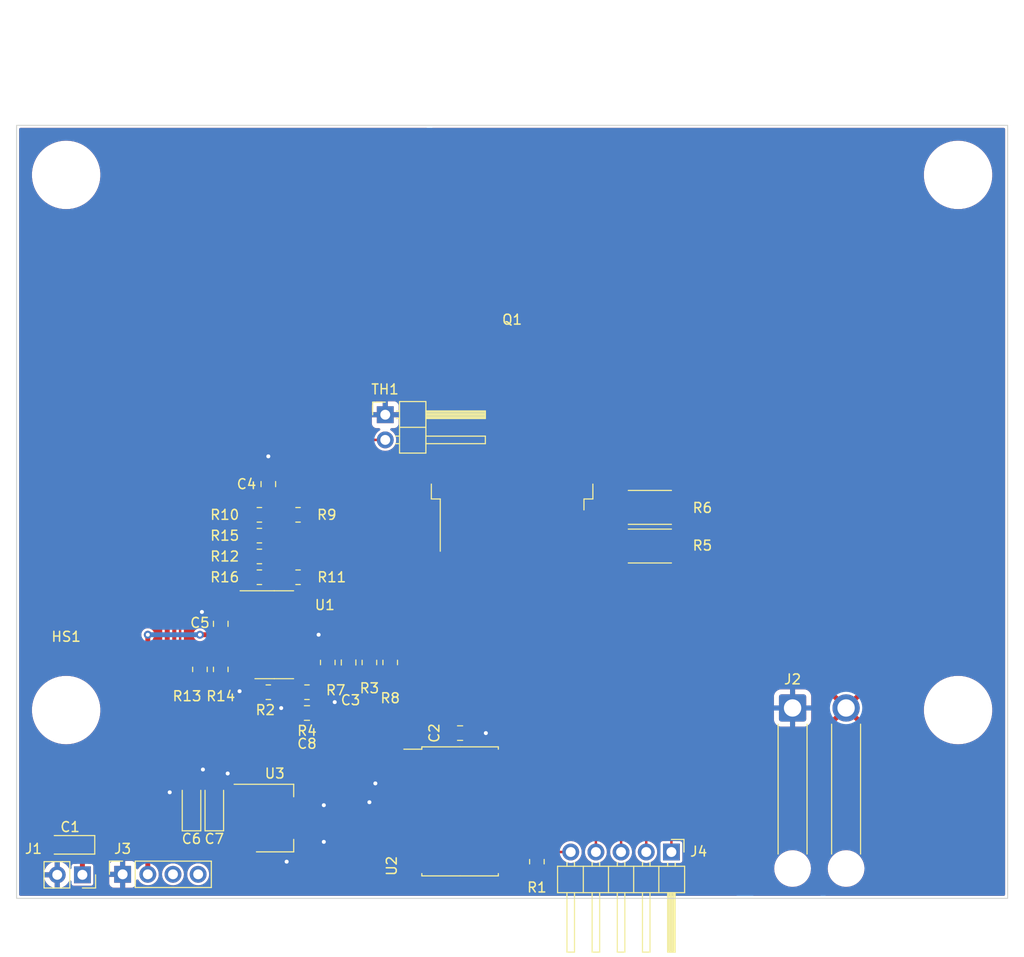
<source format=kicad_pcb>
(kicad_pcb (version 20211014) (generator pcbnew)
  (layers (0 "F.Cu" signal) (31 "B.Cu" signal) (34 "B.Paste" user) (35 "F.Paste" user) (36 "B.SilkS" user "B.Silkscreen") (37 "F.SilkS" user "F.Silkscreen") (38 "B.Mask" user) (39 "F.Mask" user) (44 "Edge.Cuts" user))
  (net 0 "")
  (net 1 "VS")
  (net 2 "GND")
  (net 3 "+3V3")
  (net 4 "Net-(R11-Pad2)")
  (net 5 "/~{EXT_RESET}")
  (net 6 "/Vload")
  (net 7 "/Rsense")
  (net 9 "/Vdrive")
  (net 10 "/Isense")
  (net 11 "/Tsense")
  (net 12 "/~{CS}")
  (net 13 "/SCK")
  (net 14 "/MOSI")
  (net 24 "/MISO")
  (net 25 "Net-(C3-Pad2)")
  (net 28 "Net-(R13-Pad2)")
  (net 29 "/DAC")
  (net 30 "/FB")
  (net 31 "/Vgate")
  (net 32 "/OPout")
  (net 33 "/Therm+")
  (net 34 "/ThermBias")
  (net 35 "Net-(R12-Pad2)")
  (net 36 "Net-(U1-Pad13)")
  (footprint "Capacitor_Tantalum_SMD:CP_EIA-3216-10_Kemet-I_Pad1.58x1.35mm_HandSolder" (layer "F.Cu") (at 122.65 129.7 90)
    (fp_text reference "C6" (at -3.3 0 180) (layer "F.SilkS"))
    (fp_text value "10u")
    (fp_line (start -2.485 -0.935) (end -2.485 0.935) (layer "F.SilkS") (width 0.12))
    (fp_line (start -2.485 0.935) (end 1.6 0.935) (layer "F.SilkS") (width 0.12))
    (fp_line (start 1.6 -0.935) (end -2.485 -0.935) (layer "F.SilkS") (width 0.12))
    (pad "1" smd roundrect (at -1.4375 0 90) (size 1.575 1.35) (layers "F.Cu" "F.Paste" "F.Mask") (roundrect_rratio 0.185185) (net 1 "VS"))
    (pad "2" smd roundrect (at 1.4375 0 90) (size 1.575 1.35) (layers "F.Cu" "F.Paste" "F.Mask") (roundrect_rratio 0.185185) (net 2 "GND"))
  )
  (footprint "Resistor_SMD:R_0805_2012Metric_Pad1.20x1.40mm_HandSolder" (layer "F.Cu") (at 133.4 106.6 180)
    (fp_text reference "R11" (at -3.4 0 180) (layer "F.SilkS"))
    (fp_text value "R")
    (fp_line (start -0.227064 -0.735) (end 0.227064 -0.735) (layer "F.SilkS") (width 0.12))
    (fp_line (start -0.227064 0.735) (end 0.227064 0.735) (layer "F.SilkS") (width 0.12))
    (pad "1" smd roundrect (at -1 0 180) (size 1.2 1.4) (layers "F.Cu" "F.Paste" "F.Mask") (roundrect_rratio 0.2083333333) (net 33 "/Therm+"))
    (pad "2" smd roundrect (at 1 0 180) (size 1.2 1.4) (layers "F.Cu" "F.Paste" "F.Mask") (roundrect_rratio 0.2083333333) (net 4 "Net-(R11-Pad2)"))
  )
  (footprint "Resistor_SMD:R_0805_2012Metric_Pad1.20x1.40mm_HandSolder" (layer "F.Cu") (at 157.5 135.3 90)
    (fp_text reference "R1" (at -2.6 0) (layer "F.SilkS"))
    (fp_text value "R")
    (fp_line (start -0.227064 0.735) (end 0.227064 0.735) (layer "F.SilkS") (width 0.12))
    (fp_line (start -0.227064 -0.735) (end 0.227064 -0.735) (layer "F.SilkS") (width 0.12))
    (pad "1" smd roundrect (at -1 0 90) (size 1.2 1.4) (layers "F.Cu" "F.Paste" "F.Mask") (roundrect_rratio 0.208333) (net 3 "+3V3"))
    (pad "2" smd roundrect (at 1 0 90) (size 1.2 1.4) (layers "F.Cu" "F.Paste" "F.Mask") (roundrect_rratio 0.208333) (net 5 "/~{EXT_RESET}"))
  )
  (footprint "Capacitor_SMD:C_0805_2012Metric_Pad1.18x1.45mm_HandSolder" (layer "F.Cu") (at 138.5 115.2 -90)
    (fp_text reference "C3" (at 3.8 -0.2 180) (layer "F.SilkS"))
    (fp_text value "C")
    (fp_line (start -0.261252 -0.735) (end 0.261252 -0.735) (layer "F.SilkS") (width 0.12))
    (fp_line (start -0.261252 0.735) (end 0.261252 0.735) (layer "F.SilkS") (width 0.12))
    (pad "1" smd roundrect (at -1.0375 0 270) (size 1.175 1.45) (layers "F.Cu" "F.Paste" "F.Mask") (roundrect_rratio 0.212766) (net 30 "/FB"))
    (pad "2" smd roundrect (at 1.0375 0 270) (size 1.175 1.45) (layers "F.Cu" "F.Paste" "F.Mask") (roundrect_rratio 0.212766) (net 25 "Net-(C3-Pad2)"))
  )
  (footprint "Resistor_SMD:R_0805_2012Metric_Pad1.20x1.40mm_HandSolder" (layer "F.Cu") (at 123.5 115.9 -90)
    (fp_text reference "R13" (at 2.7 1.3 180) (layer "F.SilkS"))
    (fp_text value "R")
    (fp_line (start -0.227064 0.735) (end 0.227064 0.735) (layer "F.SilkS") (width 0.12))
    (fp_line (start -0.227064 -0.735) (end 0.227064 -0.735) (layer "F.SilkS") (width 0.12))
    (pad "1" smd roundrect (at -1 0 270) (size 1.2 1.4) (layers "F.Cu" "F.Paste" "F.Mask") (roundrect_rratio 0.208333) (net 2 "GND"))
    (pad "2" smd roundrect (at 1 0 270) (size 1.2 1.4) (layers "F.Cu" "F.Paste" "F.Mask") (roundrect_rratio 0.208333) (net 28 "Net-(R13-Pad2)"))
  )
  (footprint "Resistor_SMD:R_0805_2012Metric_Pad1.20x1.40mm_HandSolder" (layer "F.Cu") (at 129.5 102.4)
    (fp_text reference "R15" (at -3.5 0) (layer "F.SilkS"))
    (fp_text value "R")
    (fp_line (start -0.227064 0.735) (end 0.227064 0.735) (layer "F.SilkS") (width 0.12))
    (fp_line (start -0.227064 -0.735) (end 0.227064 -0.735) (layer "F.SilkS") (width 0.12))
    (pad "1" smd roundrect (at -1 0) (size 1.2 1.4) (layers "F.Cu" "F.Paste" "F.Mask") (roundrect_rratio 0.2083333333) (net 34 "/ThermBias"))
    (pad "2" smd roundrect (at 1 0) (size 1.2 1.4) (layers "F.Cu" "F.Paste" "F.Mask") (roundrect_rratio 0.2083333333) (net 2 "GND"))
  )
  (footprint "Resistor_SMD:R_0805_2012Metric_Pad1.20x1.40mm_HandSolder" (layer "F.Cu") (at 125.6 115.9 -90)
    (fp_text reference "R14" (at 2.7 0 180) (layer "F.SilkS"))
    (fp_text value "R")
    (fp_line (start -0.227064 -0.735) (end 0.227064 -0.735) (layer "F.SilkS") (width 0.12))
    (fp_line (start -0.227064 0.735) (end 0.227064 0.735) (layer "F.SilkS") (width 0.12))
    (pad "1" smd roundrect (at -1 0 270) (size 1.2 1.4) (layers "F.Cu" "F.Paste" "F.Mask") (roundrect_rratio 0.208333) (net 28 "Net-(R13-Pad2)"))
    (pad "2" smd roundrect (at 1 0 270) (size 1.2 1.4) (layers "F.Cu" "F.Paste" "F.Mask") (roundrect_rratio 0.208333) (net 10 "/Isense"))
  )
  (footprint "Connector_PinHeader_2.54mm:PinHeader_1x02_P2.54mm_Horizontal" (layer "F.Cu") (at 142.2 90.2)
    (fp_text reference "TH1" (at -0.025 -2.56) (layer "F.SilkS"))
    (fp_text value "Thermistor")
    (fp_line (start 1.44 -1.33) (end 1.44 3.87) (layer "F.SilkS") (width 0.12))
    (fp_line (start 4.1 -0.08) (end 10.1 -0.08) (layer "F.SilkS") (width 0.12))
    (fp_line (start 1.44 3.87) (end 4.1 3.87) (layer "F.SilkS") (width 0.12))
    (fp_line (start 4.1 0.04) (end 10.1 0.04) (layer "F.SilkS") (width 0.12))
    (fp_line (start 10.1 2.16) (end 10.1 2.92) (layer "F.SilkS") (width 0.12))
    (fp_line (start 4.1 2.16) (end 10.1 2.16) (layer "F.SilkS") (width 0.12))
    (fp_line (start 1.11 -0.38) (end 1.44 -0.38) (layer "F.SilkS") (width 0.12))
    (fp_line (start 10.1 2.92) (end 4.1 2.92) (layer "F.SilkS") (width 0.12))
    (fp_line (start 4.1 -0.38) (end 10.1 -0.38) (layer "F.SilkS") (width 0.12))
    (fp_line (start 1.042929 2.92) (end 1.44 2.92) (layer "F.SilkS") (width 0.12))
    (fp_line (start -1.27 -1.27) (end 0 -1.27) (layer "F.SilkS") (width 0.12))
    (fp_line (start 10.1 -0.38) (end 10.1 0.38) (layer "F.SilkS") (width 0.12))
    (fp_line (start 4.1 3.87) (end 4.1 -1.33) (layer "F.SilkS") (width 0.12))
    (fp_line (start 1.11 0.38) (end 1.44 0.38) (layer "F.SilkS") (width 0.12))
    (fp_line (start 4.1 -0.32) (end 10.1 -0.32) (layer "F.SilkS") (width 0.12))
    (fp_line (start 4.1 -0.2) (end 10.1 -0.2) (layer "F.SilkS") (width 0.12))
    (fp_line (start 4.1 0.16) (end 10.1 0.16) (layer "F.SilkS") (width 0.12))
    (fp_line (start -1.27 0) (end -1.27 -1.27) (layer "F.SilkS") (width 0.12))
    (fp_line (start 1.44 1.27) (end 4.1 1.27) (layer "F.SilkS") (width 0.12))
    (fp_line (start 1.042929 2.16) (end 1.44 2.16) (layer "F.SilkS") (width 0.12))
    (fp_line (start 4.1 0.28) (end 10.1 0.28) (layer "F.SilkS") (width 0.12))
    (fp_line (start 4.1 -1.33) (end 1.44 -1.33) (layer "F.SilkS") (width 0.12))
    (fp_line (start 10.1 0.38) (end 4.1 0.38) (layer "F.SilkS") (width 0.12))
    (pad "1" thru_hole rect (at 0 0) (size 1.7 1.7) (drill 1) (layers *.Cu *.Mask) (net 2 "GND"))
    (pad "2" thru_hole oval (at 0 2.54) (size 1.7 1.7) (drill 1) (layers *.Cu *.Mask) (net 33 "/Therm+"))
  )
  (footprint "Capacitor_SMD:C_0805_2012Metric_Pad1.18x1.45mm_HandSolder" (layer "F.Cu") (at 134.3 120.3 180)
    (fp_text reference "C8" (at 0 -3.1) (layer "F.SilkS"))
    (fp_text value "C")
    (fp_line (start -0.261252 -0.735) (end 0.261252 -0.735) (layer "F.SilkS") (width 0.12))
    (fp_line (start -0.261252 0.735) (end 0.261252 0.735) (layer "F.SilkS") (width 0.12))
    (pad "1" smd roundrect (at -1.0375 0 180) (size 1.175 1.45) (layers "F.Cu" "F.Paste" "F.Mask") (roundrect_rratio 0.212766) (net 2 "GND"))
    (pad "2" smd roundrect (at 1.0375 0 180) (size 1.175 1.45) (layers "F.Cu" "F.Paste" "F.Mask") (roundrect_rratio 0.212766) (net 9 "/Vdrive"))
  )
  (footprint "Connector_PinSocket_2.54mm:PinSocket_1x04_P2.54mm_Vertical" (layer "F.Cu") (at 115.7 136.575 90)
    (fp_text reference "J3" (at 2.575 0 180) (layer "F.SilkS"))
    (fp_text value "Conn_01x04")
    (fp_line (start 1.33 1.27) (end 1.33 8.95) (layer "F.SilkS") (width 0.12))
    (fp_line (start -1.33 1.27) (end -1.33 8.95) (layer "F.SilkS") (width 0.12))
    (fp_line (start 0 -1.33) (end 1.33 -1.33) (layer "F.SilkS") (width 0.12))
    (fp_line (start -1.33 1.27) (end 1.33 1.27) (layer "F.SilkS") (width 0.12))
    (fp_line (start 1.33 -1.33) (end 1.33 0) (layer "F.SilkS") (width 0.12))
    (fp_line (start -1.33 8.95) (end 1.33 8.95) (layer "F.SilkS") (width 0.12))
    (pad "1" thru_hole rect (at 0 0 90) (size 1.7 1.7) (drill 1) (layers *.Cu *.Mask) (net 2 "GND"))
    (pad "2" thru_hole oval (at 0 2.54 90) (size 1.7 1.7) (drill 1) (layers *.Cu *.Mask) (net 1 "VS"))
    (pad "3" thru_hole oval (at 0 5.08 90) (size 1.7 1.7) (drill 1) (layers *.Cu *.Mask))
    (pad "4" thru_hole oval (at 0 7.62 90) (size 1.7 1.7) (drill 1) (layers *.Cu *.Mask))
  )
  (footprint "Resistor_SMD:R_0805_2012Metric_Pad1.20x1.40mm_HandSolder" (layer "F.Cu") (at 129.5 104.5)
    (fp_text reference "R12" (at -3.5 0 180) (layer "F.SilkS"))
    (fp_text value "R")
    (fp_line (start -0.227064 0.735) (end 0.227064 0.735) (layer "F.SilkS") (width 0.12))
    (fp_line (start -0.227064 -0.735) (end 0.227064 -0.735) (layer "F.SilkS") (width 0.12))
    (pad "1" smd roundrect (at -1 0) (size 1.2 1.4) (layers "F.Cu" "F.Paste" "F.Mask") (roundrect_rratio 0.2083333333) (net 34 "/ThermBias"))
    (pad "2" smd roundrect (at 1 0) (size 1.2 1.4) (layers "F.Cu" "F.Paste" "F.Mask") (roundrect_rratio 0.2083333333) (net 35 "Net-(R12-Pad2)"))
  )
  (footprint "Package_SO:SOIC-14_3.9x8.7mm_P1.27mm" (layer "F.Cu") (at 131 112.4)
    (fp_text reference "U1" (at 5.1 -3) (layer "F.SilkS"))
    (fp_text value "TL074")
    (fp_line (start 0 4.435) (end -1.95 4.435) (layer "F.SilkS") (width 0.12))
    (fp_line (start 0 -4.435) (end 1.95 -4.435) (layer "F.SilkS") (width 0.12))
    (fp_line (start 0 4.435) (end 1.95 4.435) (layer "F.SilkS") (width 0.12))
    (fp_line (start 0 -4.435) (end -3.45 -4.435) (layer "F.SilkS") (width 0.12))
    (pad "1" smd roundrect (at -2.475 -3.81) (size 1.95 0.6) (layers "F.Cu" "F.Paste" "F.Mask") (net 11 "/Tsense"))
    (pad "2" smd roundrect (at -2.475 -2.54) (size 1.95 0.6) (layers "F.Cu" "F.Paste" "F.Mask") (net 35 "Net-(R12-Pad2)"))
    (pad "3" smd roundrect (at -2.475 -1.27) (size 1.95 0.6) (layers "F.Cu" "F.Paste" "F.Mask") (net 4 "Net-(R11-Pad2)"))
    (pad "4" smd roundrect (at -2.475 0) (size 1.95 0.6) (layers "F.Cu" "F.Paste" "F.Mask") (net 1 "VS"))
    (pad "5" smd roundrect (at -2.475 1.27) (size 1.95 0.6) (layers "F.Cu" "F.Paste" "F.Mask") (net 7 "/Rsense"))
    (pad "6" smd roundrect (at -2.475 2.54) (size 1.95 0.6) (layers "F.Cu" "F.Paste" "F.Mask") (net 28 "Net-(R13-Pad2)"))
    (pad "7" smd roundrect (at -2.475 3.81) (size 1.95 0.6) (layers "F.Cu" "F.Paste" "F.Mask") (net 10 "/Isense"))
    (pad "8" smd roundrect (at 2.475 3.81) (size 1.95 0.6) (layers "F.Cu" "F.Paste" "F.Mask") (net 32 "/OPout"))
    (pad "9" smd roundrect (at 2.475 2.54) (size 1.95 0.6) (layers "F.Cu" "F.Paste" "F.Mask") (net 30 "/FB"))
    (pad "10" smd roundrect (at 2.475 1.27) (size 1.95 0.6) (layers "F.Cu" "F.Paste" "F.Mask") (net 9 "/Vdrive"))
    (pad "11" smd roundrect (at 2.475 0) (size 1.95 0.6) (layers "F.Cu" "F.Paste" "F.Mask") (net 2 "GND"))
    (pad "12" smd roundrect (at 2.475 -1.27) (size 1.95 0.6) (layers "F.Cu" "F.Paste" "F.Mask") (net 9 "/Vdrive"))
    (pad "13" smd roundrect (at 2.475 -2.54) (size 1.95 0.6) (layers "F.Cu" "F.Paste" "F.Mask") (net 36 "Net-(U1-Pad13)"))
    (pad "14" smd roundrect (at 2.475 -3.81) (size 1.95 0.6) (layers "F.Cu" "F.Paste" "F.Mask") (net 36 "Net-(U1-Pad13)"))
  )
  (footprint "Resistor_SMD:R_0805_2012Metric_Pad1.20x1.40mm_HandSolder" (layer "F.Cu") (at 142.7 115.2 90)
    (fp_text reference "R8" (at -3.6 0) (layer "F.SilkS"))
    (fp_text value "R")
    (fp_line (start -0.227064 -0.735) (end 0.227064 -0.735) (layer "F.SilkS") (width 0.12))
    (fp_line (start -0.227064 0.735) (end 0.227064 0.735) (layer "F.SilkS") (width 0.12))
    (pad "1" smd roundrect (at -1 0 90) (size 1.2 1.4) (layers "F.Cu" "F.Paste" "F.Mask") (roundrect_rratio 0.208333) (net 30 "/FB"))
    (pad "2" smd roundrect (at 1 0 90) (size 1.2 1.4) (layers "F.Cu" "F.Paste" "F.Mask") (roundrect_rratio 0.208333) (net 7 "/Rsense"))
  )
  (footprint "Capacitor_Tantalum_SMD:CP_EIA-3216-10_Kemet-I_Pad1.58x1.35mm_HandSolder" (layer "F.Cu") (at 110.4 133.6 180)
    (fp_text reference "C1" (at 0 1.8) (layer "F.SilkS"))
    (fp_text value "10u")
    (fp_line (start 1.6 -0.935) (end -2.485 -0.935) (layer "F.SilkS") (width 0.12))
    (fp_line (start -2.485 0.935) (end 1.6 0.935) (layer "F.SilkS") (width 0.12))
    (fp_line (start -2.485 -0.935) (end -2.485 0.935) (layer "F.SilkS") (width 0.12))
    (pad "1" smd roundrect (at -1.4375 0 180) (size 1.575 1.35) (layers "F.Cu" "F.Paste" "F.Mask") (roundrect_rratio 0.185185) (net 1 "VS"))
    (pad "2" smd roundrect (at 1.4375 0 180) (size 1.575 1.35) (layers "F.Cu" "F.Paste" "F.Mask") (roundrect_rratio 0.185185) (net 2 "GND"))
  )
  (footprint "Connector_Wire:SolderWire-1sqmm_1x02_P5.4mm_D1.4mm_OD2.7mm_Relief" (layer "F.Cu") (at 183.3 119.79)
    (fp_text reference "J2" (at 0 -2.89) (layer "F.SilkS"))
    (fp_text value "Conn_01x02")
    (fp_line (start 6.86 1.635) (end 6.86 14.74) (layer "F.SilkS") (width 0.12))
    (fp_line (start 3.94 1.635) (end 3.94 14.74) (layer "F.SilkS") (width 0.12))
    (fp_line (start 1.46 1.635) (end 1.46 14.74) (layer "F.SilkS") (width 0.12))
    (fp_line (start -1.46 1.635) (end -1.46 14.74) (layer "F.SilkS") (width 0.12))
    (pad "" np_thru_hole circle locked (at 0 16.2) (size 3.2 3.2) (drill 3.2) (layers *.Cu *.Mask))
    (pad "" np_thru_hole circle locked (at 5.4 16.2) (size 3.2 3.2) (drill 3.2) (layers *.Cu *.Mask))
    (pad "1" thru_hole roundrect locked (at 0 0) (size 2.75 2.75) (drill 1.75) (layers *.Cu *.Mask) (roundrect_rratio 0.090909) (net 2 "GND"))
    (pad "2" thru_hole circle locked (at 5.4 0) (size 2.75 2.75) (drill 1.75) (layers *.Cu *.Mask) (net 6 "/Vload"))
  )
  (footprint "Resistor_SMD:R_0805_2012Metric_Pad1.20x1.40mm_HandSolder" (layer "F.Cu") (at 130.4 118.2)
    (fp_text reference "R2" (at -0.3 1.8) (layer "F.SilkS"))
    (fp_text value "R")
    (fp_line (start -0.227064 0.735) (end 0.227064 0.735) (layer "F.SilkS") (width 0.12))
    (fp_line (start -0.227064 -0.735) (end 0.227064 -0.735) (layer "F.SilkS") (width 0.12))
    (pad "1" smd roundrect (at -1 0) (size 1.2 1.4) (layers "F.Cu" "F.Paste" "F.Mask") (roundrect_rratio 0.208333) (net 29 "/DAC"))
    (pad "2" smd roundrect (at 1 0) (size 1.2 1.4) (layers "F.Cu" "F.Paste" "F.Mask") (roundrect_rratio 0.208333) (net 9 "/Vdrive"))
  )
  (footprint "Package_TO_SOT_SMD:TO-268-2" (layer "F.Cu") (at 155 93 90)
    (fp_text reference "Q1" (at 12.4 0 180) (layer "F.SilkS"))
    (fp_text value "Q_NMOS_GDS")
    (fp_line (start -4.2 -8.15) (end -5.7 -8.15) (layer "F.SilkS") (width 0.12))
    (fp_line (start -5.7 7.25) (end -6.8 7.25) (layer "F.SilkS") (width 0.12))
    (fp_line (start -4.2 8.15) (end -5.7 8.15) (layer "F.SilkS") (width 0.12))
    (fp_line (start -5.7 8.15) (end -5.7 7.25) (layer "F.SilkS") (width 0.12))
    (fp_line (start -5.7 -7.25) (end -10.975 -7.25) (layer "F.SilkS") (width 0.12))
    (fp_line (start -5.7 -8.15) (end -5.7 -7.25) (layer "F.SilkS") (width 0.12))
    (pad "1" smd rect locked (at -8.475 -5.45 90) (size 5 3) (layers "F.Cu" "F.Paste" "F.Mask") (net 31 "/Vgate"))
    (pad "2" smd rect locked (at 4.225 0 90) (size 13.5 16.6) (layers "F.Cu" "F.Mask") (net 6 "/Vload"))
    (pad "3" smd rect locked (at -8.475 5.45 90) (size 5 3) (layers "F.Cu" "F.Paste" "F.Mask") (net 7 "/Rsense"))
  )
  (footprint "Resistor_SMD:R_0805_2012Metric_Pad1.20x1.40mm_HandSolder" (layer "F.Cu") (at 129.5 100.3)
    (fp_text reference "R10" (at -3.5 0) (layer "F.SilkS"))
    (fp_text value "R")
    (fp_line (start -0.227064 -0.735) (end 0.227064 -0.735) (layer "F.SilkS") (width 0.12))
    (fp_line (start -0.227064 0.735) (end 0.227064 0.735) (layer "F.SilkS") (width 0.12))
    (pad "1" smd roundrect (at -1 0) (size 1.2 1.4) (layers "F.Cu" "F.Paste" "F.Mask") (roundrect_rratio 0.2083333333) (net 3 "+3V3"))
    (pad "2" smd roundrect (at 1 0) (size 1.2 1.4) (layers "F.Cu" "F.Paste" "F.Mask") (roundrect_rratio 0.2083333333) (net 34 "/ThermBias"))
  )
  (footprint "Connector_PinSocket_2.54mm:PinSocket_1x02_P2.54mm_Vertical" (layer "F.Cu") (at 111.64 136.625 -90)
    (fp_text reference "J1" (at -2.625 4.94 180) (layer "F.SilkS"))
    (fp_text value "Conn_01x02")
    (fp_line (start -1.33 3.87) (end 1.33 3.87) (layer "F.SilkS") (width 0.12))
    (fp_line (start 0 -1.33) (end 1.33 -1.33) (layer "F.SilkS") (width 0.12))
    (fp_line (start 1.33 -1.33) (end 1.33 0) (layer "F.SilkS") (width 0.12))
    (fp_line (start 1.33 1.27) (end 1.33 3.87) (layer "F.SilkS") (width 0.12))
    (fp_line (start -1.33 1.27) (end -1.33 3.87) (layer "F.SilkS") (width 0.12))
    (fp_line (start -1.33 1.27) (end 1.33 1.27) (layer "F.SilkS") (width 0.12))
    (pad "1" thru_hole rect (at 0 0 270) (size 1.7 1.7) (drill 1) (layers *.Cu *.Mask) (net 1 "VS"))
    (pad "2" thru_hole oval (at 0 2.54 270) (size 1.7 1.7) (drill 1) (layers *.Cu *.Mask) (net 2 "GND"))
  )
  (footprint "Resistor_SMD:R_2512_6332Metric_Pad1.40x3.35mm_HandSolder" (layer "F.Cu") (at 168.9 99.55)
    (fp_text reference "R6" (at 5.3 0.05) (layer "F.SilkS"))
    (fp_text value "R")
    (fp_line (start -2.177064 1.71) (end 2.177064 1.71) (layer "F.SilkS") (width 0.12))
    (fp_line (start -2.177064 -1.71) (end 2.177064 -1.71) (layer "F.SilkS") (width 0.12))
    (pad "1" smd roundrect locked (at -3.05 0) (size 1.4 3.35) (layers "F.Cu" "F.Paste" "F.Mask") (roundrect_rratio 0.178571) (net 7 "/Rsense"))
    (pad "2" smd roundrect locked (at 3.05 0) (size 1.4 3.35) (layers "F.Cu" "F.Paste" "F.Mask") (roundrect_rratio 0.178571) (net 2 "GND"))
  )
  (footprint "Resistor_SMD:R_2512_6332Metric_Pad1.40x3.35mm_HandSolder" (layer "F.Cu") (at 168.9 103.45)
    (fp_text reference "R5" (at 5.3 -0.05) (layer "F.SilkS"))
    (fp_text value "R")
    (fp_line (start -2.177064 1.71) (end 2.177064 1.71) (layer "F.SilkS") (width 0.12))
    (fp_line (start -2.177064 -1.71) (end 2.177064 -1.71) (layer "F.SilkS") (width 0.12))
    (pad "1" smd roundrect locked (at -3.05 0) (size 1.4 3.35) (layers "F.Cu" "F.Paste" "F.Mask") (roundrect_rratio 0.178571) (net 7 "/Rsense"))
    (pad "2" smd roundrect locked (at 3.05 0) (size 1.4 3.35) (layers "F.Cu" "F.Paste" "F.Mask") (roundrect_rratio 0.178571) (net 2 "GND"))
  )
  (footprint "Package_TO_SOT_SMD:SOT-223-3_TabPin2" (layer "F.Cu") (at 131.05 130.9)
    (fp_text reference "U3" (at 0 -4.5) (layer "F.SilkS"))
    (fp_text value "NCP1117-3.3_SOT223")
    (fp_line (start -4.1 -3.41) (end 1.91 -3.41) (layer "F.SilkS") (width 0.12))
    (fp_line (start -1.85 3.41) (end 1.91 3.41) (layer "F.SilkS") (width 0.12))
    (fp_line (start 1.91 3.41) (end 1.91 2.15) (layer "F.SilkS") (width 0.12))
    (fp_line (start 1.91 -3.41) (end 1.91 -2.15) (layer "F.SilkS") (width 0.12))
    (pad "1" smd rect (at -3.15 -2.3) (size 2 1.5) (layers "F.Cu" "F.Paste" "F.Mask") (net 2 "GND"))
    (pad "2" smd rect (at -3.15 0) (size 2 1.5) (layers "F.Cu" "F.Paste" "F.Mask") (net 3 "+3V3"))
    (pad "2" smd rect (at 3.15 0) (size 2 3.8) (layers "F.Cu" "F.Paste" "F.Mask") (net 3 "+3V3"))
    (pad "3" smd rect (at -3.15 2.3) (size 2 1.5) (layers "F.Cu" "F.Paste" "F.Mask") (net 1 "VS"))
  )
  (footprint "Capacitor_SMD:C_0805_2012Metric_Pad1.18x1.45mm_HandSolder" (layer "F.Cu") (at 149.75 122.325 180)
    (fp_text reference "C2" (at 2.6 0 90) (layer "F.SilkS"))
    (fp_text value "C")
    (fp_line (start -0.261252 0.735) (end 0.261252 0.735) (layer "F.SilkS") (width 0.12))
    (fp_line (start -0.261252 -0.735) (end 0.261252 -0.735) (layer "F.SilkS") (width 0.12))
    (pad "1" smd roundrect (at -1.0375 0 180) (size 1.175 1.45) (layers "F.Cu" "F.Paste" "F.Mask") (roundrect_rratio 0.212766) (net 2 "GND"))
    (pad "2" smd roundrect (at 1.0375 0 180) (size 1.175 1.45) (layers "F.Cu" "F.Paste" "F.Mask") (roundrect_rratio 0.212766) (net 3 "+3V3"))
  )
  (footprint "Capacitor_SMD:C_0805_2012Metric_Pad1.18x1.45mm_HandSolder" (layer "F.Cu") (at 130.4 97.2 -90)
    (fp_text reference "C4" (at 0 2.2) (layer "F.SilkS"))
    (fp_text value "100n")
    (fp_line (start -0.261252 0.735) (end 0.261252 0.735) (layer "F.SilkS") (width 0.12))
    (fp_line (start -0.261252 -0.735) (end 0.261252 -0.735) (layer "F.SilkS") (width 0.12))
    (pad "1" smd roundrect (at -1.0375 0 270) (size 1.175 1.45) (layers "F.Cu" "F.Paste" "F.Mask") (roundrect_rratio 0.212766) (net 2 "GND"))
    (pad "2" smd roundrect (at 1.0375 0 270) (size 1.175 1.45) (layers "F.Cu" "F.Paste" "F.Mask") (roundrect_rratio 0.212766) (net 3 "+3V3"))
  )
  (footprint "Resistor_SMD:R_0805_2012Metric_Pad1.20x1.40mm_HandSolder" (layer "F.Cu") (at 136.4 115.2 -90)
    (fp_text reference "R7" (at 2.8 -0.8 180) (layer "F.SilkS"))
    (fp_text value "R")
    (fp_line (start -0.227064 0.735) (end 0.227064 0.735) (layer "F.SilkS") (width 0.12))
    (fp_line (start -0.227064 -0.735) (end 0.227064 -0.735) (layer "F.SilkS") (width 0.12))
    (pad "1" smd roundrect (at -1 0 270) (size 1.2 1.4) (layers "F.Cu" "F.Paste" "F.Mask") (roundrect_rratio 0.208333) (net 25 "Net-(C3-Pad2)"))
    (pad "2" smd roundrect (at 1 0 270) (size 1.2 1.4) (layers "F.Cu" "F.Paste" "F.Mask") (roundrect_rratio 0.208333) (net 32 "/OPout"))
  )
  (footprint "Capacitor_SMD:C_0805_2012Metric_Pad1.18x1.45mm_HandSolder" (layer "F.Cu") (at 125.6 111.3 -90)
    (fp_text reference "C5" (at -0.1 2.1 180) (layer "F.SilkS"))
    (fp_text value "100n")
    (fp_line (start -0.261252 0.735) (end 0.261252 0.735) (layer "F.SilkS") (width 0.12))
    (fp_line (start -0.261252 -0.735) (end 0.261252 -0.735) (layer "F.SilkS") (width 0.12))
    (pad "1" smd roundrect (at -1.0375 0 270) (size 1.175 1.45) (layers "F.Cu" "F.Paste" "F.Mask") (roundrect_rratio 0.212766) (net 2 "GND"))
    (pad "2" smd roundrect (at 1.0375 0 270) (size 1.175 1.45) (layers "F.Cu" "F.Paste" "F.Mask") (roundrect_rratio 0.212766) (net 1 "VS"))
  )
  (footprint "Resistor_SMD:R_0805_2012Metric_Pad1.20x1.40mm_HandSolder" (layer "F.Cu") (at 140.6 115.2 90)
    (fp_text reference "R3" (at -2.6 0 180) (layer "F.SilkS"))
    (fp_text value "R")
    (fp_line (start -0.227064 -0.735) (end 0.227064 -0.735) (layer "F.SilkS") (width 0.12))
    (fp_line (start -0.227064 0.735) (end 0.227064 0.735) (layer "F.SilkS") (width 0.12))
    (pad "1" smd roundrect (at -1 0 90) (size 1.2 1.4) (layers "F.Cu" "F.Paste" "F.Mask") (roundrect_rratio 0.208333) (net 32 "/OPout"))
    (pad "2" smd roundrect (at 1 0 90) (size 1.2 1.4) (layers "F.Cu" "F.Paste" "F.Mask") (roundrect_rratio 0.208333) (net 31 "/Vgate"))
  )
  (footprint "Resistor_SMD:R_0805_2012Metric_Pad1.20x1.40mm_HandSolder" (layer "F.Cu") (at 133.4 100.3)
    (fp_text reference "R9" (at 2.9 0) (layer "F.SilkS"))
    (fp_text value "R")
    (fp_line (start -0.227064 -0.735) (end 0.227064 -0.735) (layer "F.SilkS") (width 0.12))
    (fp_line (start -0.227064 0.735) (end 0.227064 0.735) (layer "F.SilkS") (width 0.12))
    (pad "1" smd roundrect (at -1 0) (size 1.2 1.4) (layers "F.Cu" "F.Paste" "F.Mask") (roundrect_rratio 0.2083333333) (net 3 "+3V3"))
    (pad "2" smd roundrect (at 1 0) (size 1.2 1.4) (layers "F.Cu" "F.Paste" "F.Mask") (roundrect_rratio 0.2083333333) (net 33 "/Therm+"))
  )
  (footprint "Resistor_SMD:R_0805_2012Metric_Pad1.20x1.40mm_HandSolder" (layer "F.Cu") (at 134.3 118.2)
    (fp_text reference "R4" (at 0 3.9) (layer "F.SilkS"))
    (fp_text value "R")
    (fp_line (start -0.227064 -0.735) (end 0.227064 -0.735) (layer "F.SilkS") (width 0.12))
    (fp_line (start -0.227064 0.735) (end 0.227064 0.735) (layer "F.SilkS") (width 0.12))
    (pad "1" smd roundrect (at -1 0) (size 1.2 1.4) (layers "F.Cu" "F.Paste" "F.Mask") (roundrect_rratio 0.208333) (net 9 "/Vdrive"))
    (pad "2" smd roundrect (at 1 0) (size 1.2 1.4) (layers "F.Cu" "F.Paste" "F.Mask") (roundrect_rratio 0.208333) (net 2 "GND"))
  )
  (footprint "Package_SO:SOIC-20W_7.5x12.8mm_P1.27mm" (layer "F.Cu") (at 149.75 130.225)
    (fp_text reference "U2" (at -6.9 5.5 90) (layer "F.SilkS"))
    (fp_text value "ATtiny816-S")
    (fp_line (start -3.86 6.51) (end -3.86 6.275) (layer "F.SilkS") (width 0.12))
    (fp_line (start -3.86 -6.51) (end -3.86 -6.275) (layer "F.SilkS") (width 0.12))
    (fp_line (start 0 -6.51) (end -3.86 -6.51) (layer "F.SilkS") (width 0.12))
    (fp_line (start 0 6.51) (end 3.86 6.51) (layer "F.SilkS") (width 0.12))
    (fp_line (start 0 6.51) (end -3.86 6.51) (layer "F.SilkS") (width 0.12))
    (fp_line (start 0 -6.51) (end 3.86 -6.51) (layer "F.SilkS") (width 0.12))
    (fp_line (start 3.86 6.51) (end 3.86 6.275) (layer "F.SilkS") (width 0.12))
    (fp_line (start -3.86 -6.275) (end -5.675 -6.275) (layer "F.SilkS") (width 0.12))
    (fp_line (start 3.86 -6.51) (end 3.86 -6.275) (layer "F.SilkS") (width 0.12))
    (pad "1" smd roundrect (at -4.65 -5.715) (size 2.05 0.6) (layers "F.Cu" "F.Paste" "F.Mask") (net 3 "+3V3"))
    (pad "2" smd roundrect (at -4.65 -4.445) (size 2.05 0.6) (layers "F.Cu" "F.Paste" "F.Mask") (net 12 "/~{CS}"))
    (pad "3" smd roundrect (at -4.65 -3.175) (size 2.05 0.6) (layers "F.Cu" "F.Paste" "F.Mask"))
    (pad "4" smd roundrect (at -4.65 -1.905) (size 2.05 0.6) (layers "F.Cu" "F.Paste" "F.Mask") (net 29 "/DAC"))
    (pad "5" smd roundrect (at -4.65 -0.635) (size 2.05 0.6) (layers "F.Cu" "F.Paste" "F.Mask"))
    (pad "6" smd roundrect (at -4.65 0.635) (size 2.05 0.6) (layers "F.Cu" "F.Paste" "F.Mask") (net 10 "/Isense"))
    (pad "7" smd roundrect (at -4.65 1.905) (size 2.05 0.6) (layers "F.Cu" "F.Paste" "F.Mask") (net 11 "/Tsense"))
    (pad "8" smd roundrect (at -4.65 3.175) (size 2.05 0.6) (layers "F.Cu" "F.Paste" "F.Mask"))
    (pad "9" smd roundrect (at -4.65 4.445) (size 2.05 0.6) (layers "F.Cu" "F.Paste" "F.Mask"))
    (pad "10" smd roundrect (at -4.65 5.715) (size 2.05 0.6) (layers "F.Cu" "F.Paste" "F.Mask"))
    (pad "11" smd roundrect (at 4.65 5.715) (size 2.05 0.6) (layers "F.Cu" "F.Paste" "F.Mask"))
    (pad "12" smd roundrect (at 4.65 4.445) (size 2.05 0.6) (layers "F.Cu" "F.Paste" "F.Mask"))
    (pad "13" smd roundrect (at 4.65 3.175) (size 2.05 0.6) (layers "F.Cu" "F.Paste" "F.Mask"))
    (pad "14" smd roundrect (at 4.65 1.905) (size 2.05 0.6) (layers "F.Cu" "F.Paste" "F.Mask"))
    (pad "15" smd roundrect (at 4.65 0.635) (size 2.05 0.6) (layers "F.Cu" "F.Paste" "F.Mask"))
    (pad "16" smd roundrect (at 4.65 -0.635) (size 2.05 0.6) (layers "F.Cu" "F.Paste" "F.Mask") (net 5 "/~{EXT_RESET}"))
    (pad "17" smd roundrect (at 4.65 -1.905) (size 2.05 0.6) (layers "F.Cu" "F.Paste" "F.Mask") (net 14 "/MOSI"))
    (pad "18" smd roundrect (at 4.65 -3.175) (size 2.05 0.6) (layers "F.Cu" "F.Paste" "F.Mask") (net 24 "/MISO"))
    (pad "19" smd roundrect (at 4.65 -4.445) (size 2.05 0.6) (layers "F.Cu" "F.Paste" "F.Mask") (net 13 "/SCK"))
    (pad "20" smd roundrect (at 4.65 -5.715) (size 2.05 0.6) (layers "F.Cu" "F.Paste" "F.Mask") (net 2 "GND"))
  )
  (footprint "Capacitor_Tantalum_SMD:CP_EIA-3216-10_Kemet-I_Pad1.58x1.35mm_HandSolder" (layer "F.Cu") (at 124.95 129.7 90)
    (fp_text reference "C7" (at -3.3 0 180) (layer "F.SilkS"))
    (fp_text value "10u")
    (fp_line (start 1.6 -0.935) (end -2.485 -0.935) (layer "F.SilkS") (width 0.12))
    (fp_line (start -2.485 -0.935) (end -2.485 0.935) (layer "F.SilkS") (width 0.12))
    (fp_line (start -2.485 0.935) (end 1.6 0.935) (layer "F.SilkS") (width 0.12))
    (pad "1" smd roundrect (at -1.4375 0 90) (size 1.575 1.35) (layers "F.Cu" "F.Paste" "F.Mask") (roundrect_rratio 0.185185) (net 3 "+3V3"))
    (pad "2" smd roundrect (at 1.4375 0 90) (size 1.575 1.35) (layers "F.Cu" "F.Paste" "F.Mask") (roundrect_rratio 0.185185) (net 2 "GND"))
  )
  (footprint "AMD_Wraith_Spire:AMD_Wraith_Spire" (layer "F.Cu") (at 155 93)
    (fp_text reference "HS1" (at -45 19.6) (layer "F.SilkS"))
    (fp_text value "AMD_Wraith_Spire")
    (pad "" np_thru_hole circle locked (at 45 -27) (size 6.4 6.4) (drill 6.4) (layers *.Cu *.Mask))
    (pad "" np_thru_hole circle locked (at -45 -27) (size 6.4 6.4) (drill 6.4) (layers *.Cu *.Mask))
    (pad "" np_thru_hole circle locked (at -45 27) (size 6.4 6.4) (drill 6.4) (layers *.Cu *.Mask))
    (pad "" np_thru_hole circle locked (at 45 27) (size 6.4 6.4) (drill 6.4) (layers *.Cu *.Mask))
  )
  (footprint "Resistor_SMD:R_0805_2012Metric_Pad1.20x1.40mm_HandSolder" (layer "F.Cu") (at 129.5 106.6 180)
    (fp_text reference "R16" (at 3.5 0) (layer "F.SilkS"))
    (fp_text value "R")
    (fp_line (start -0.227064 -0.735) (end 0.227064 -0.735) (layer "F.SilkS") (width 0.12))
    (fp_line (start -0.227064 0.735) (end 0.227064 0.735) (layer "F.SilkS") (width 0.12))
    (pad "1" smd roundrect (at -1 0 180) (size 1.2 1.4) (layers "F.Cu" "F.Paste" "F.Mask") (roundrect_rratio 0.208333) (net 35 "Net-(R12-Pad2)"))
    (pad "2" smd roundrect (at 1 0 180) (size 1.2 1.4) (layers "F.Cu" "F.Paste" "F.Mask") (roundrect_rratio 0.208333) (net 11 "/Tsense"))
  )
  (footprint "Connector_PinHeader_2.54mm:PinHeader_1x05_P2.54mm_Horizontal" (layer "F.Cu") (at 171.075 134.325 -90)
    (fp_text reference "J4" (at -0.05 -2.745) (layer "F.SilkS"))
    (fp_text value "Conn_01x05")
    (fp_line (start 4.1 9.78) (end 10.1 9.78) (layer "F.SilkS") (width 0.12))
    (fp_line (start 10.1 4.7) (end 10.1 5.46) (layer "F.SilkS") (width 0.12))
    (fp_line (start 10.1 2.92) (end 4.1 2.92) (layer "F.SilkS") (width 0.12))
    (fp_line (start 4.1 -0.2) (end 10.1 -0.2) (layer "F.SilkS") (width 0.12))
    (fp_line (start 1.11 -0.38) (end 1.44 -0.38) (layer "F.SilkS") (width 0.12))
    (fp_line (start 4.1 -0.38) (end 10.1 -0.38) (layer "F.SilkS") (width 0.12))
    (fp_line (start 4.1 2.16) (end 10.1 2.16) (layer "F.SilkS") (width 0.12))
    (fp_line (start 1.44 -1.33) (end 1.44 11.49) (layer "F.SilkS") (width 0.12))
    (fp_line (start 1.44 8.89) (end 4.1 8.89) (layer "F.SilkS") (width 0.12))
    (fp_line (start 1.11 0.38) (end 1.44 0.38) (layer "F.SilkS") (width 0.12))
    (fp_line (start 1.44 3.81) (end 4.1 3.81) (layer "F.SilkS") (width 0.12))
    (fp_line (start 4.1 -1.33) (end 1.44 -1.33) (layer "F.SilkS") (width 0.12))
    (fp_line (start -1.27 0) (end -1.27 -1.27) (layer "F.SilkS") (width 0.12))
    (fp_line (start 1.042929 5.46) (end 1.44 5.46) (layer "F.SilkS") (width 0.12))
    (fp_line (start 10.1 10.54) (end 4.1 10.54) (layer "F.SilkS") (width 0.12))
    (fp_line (start 10.1 8) (end 4.1 8) (layer "F.SilkS") (width 0.12))
    (fp_line (start 10.1 7.24) (end 10.1 8) (layer "F.SilkS") (width 0.12))
    (fp_line (start 4.1 0.28) (end 10.1 0.28) (layer "F.SilkS") (width 0.12))
    (fp_line (start 4.1 -0.32) (end 10.1 -0.32) (layer "F.SilkS") (width 0.12))
    (fp_line (start 4.1 0.04) (end 10.1 0.04) (layer "F.SilkS") (width 0.12))
    (fp_line (start 1.44 1.27) (end 4.1 1.27) (layer "F.SilkS") (width 0.12))
    (fp_line (start 10.1 -0.38) (end 10.1 0.38) (layer "F.SilkS") (width 0.12))
    (fp_line (start 10.1 2.16) (end 10.1 2.92) (layer "F.SilkS") (width 0.12))
    (fp_line (start 1.042929 2.16) (end 1.44 2.16) (layer "F.SilkS") (width 0.12))
    (fp_line (start 1.042929 2.92) (end 1.44 2.92) (layer "F.SilkS") (width 0.12))
    (fp_line (start 10.1 9.78) (end 10.1 10.54) (layer "F.SilkS") (width 0.12))
    (fp_line (start 1.042929 10.54) (end 1.44 10.54) (layer "F.SilkS") (width 0.12))
    (fp_line (start 1.042929 8) (end 1.44 8) (layer "F.SilkS") (width 0.12))
    (fp_line (start 1.44 11.49) (end 4.1 11.49) (layer "F.SilkS") (width 0.12))
    (fp_line (start 4.1 0.16) (end 10.1 0.16) (layer "F.SilkS") (width 0.12))
    (fp_line (start 4.1 7.24) (end 10.1 7.24) (layer "F.SilkS") (width 0.12))
    (fp_line (start 4.1 4.7) (end 10.1 4.7) (layer "F.SilkS") (width 0.12))
    (fp_line (start 1.042929 9.78) (end 1.44 9.78) (layer "F.SilkS") (width 0.12))
    (fp_line (start 10.1 0.38) (end 4.1 0.38) (layer "F.SilkS") (width 0.12))
    (fp_line (start 1.042929 4.7) (end 1.44 4.7) (layer "F.SilkS") (width 0.12))
    (fp_line (start -1.27 -1.27) (end 0 -1.27) (layer "F.SilkS") (width 0.12))
    (fp_line (start 1.44 6.35) (end 4.1 6.35) (layer "F.SilkS") (width 0.12))
    (fp_line (start 10.1 5.46) (end 4.1 5.46) (layer "F.SilkS") (width 0.12))
    (fp_line (start 1.042929 7.24) (end 1.44 7.24) (layer "F.SilkS") (width 0.12))
    (fp_line (start 4.1 11.49) (end 4.1 -1.33) (layer "F.SilkS") (width 0.12))
    (fp_line (start 4.1 -0.08) (end 10.1 -0.08) (layer "F.SilkS") (width 0.12))
    (pad "1" thru_hole rect (at 0 0 270) (size 1.7 1.7) (drill 1) (layers *.Cu *.Mask) (net 12 "/~{CS}"))
    (pad "2" thru_hole oval (at 0 2.54 270) (size 1.7 1.7) (drill 1) (layers *.Cu *.Mask) (net 13 "/SCK"))
    (pad "3" thru_hole oval (at 0 5.08 270) (size 1.7 1.7) (drill 1) (layers *.Cu *.Mask) (net 24 "/MISO"))
    (pad "4" thru_hole oval (at 0 7.62 270) (size 1.7 1.7) (drill 1) (layers *.Cu *.Mask) (net 14 "/MOSI"))
    (pad "5" thru_hole oval (at 0 10.16 270) (size 1.7 1.7) (drill 1) (layers *.Cu *.Mask) (net 5 "/~{EXT_RESET}"))
  )
  (gr_rect (start 105 61) (end 205 139) (layer "Edge.Cuts") (width 0.1) (fill none))
  (gr_text "PV Tester\nLoad Board\nv1 2022" (at 128.2 66.7) (layer "F.Cu") (effects (font (size 1.5 1.5) (thickness 0.3))))
  (segment (start 123.45 133.2) (end 122.65 132.4) (width 0.5) (layer "F.Cu") (net 1))
  (segment (start 121.5125 131.1375) (end 122.65 131.1375) (width 0.5) (layer "F.Cu") (net 1))
  (segment (start 118.24 112.4) (end 118.24 136.575) (width 0.5) (layer "F.Cu") (net 1))
  (segment (start 127.9 133.2) (end 123.45 133.2) (width 0.5) (layer "F.Cu") (net 1))
  (segment (start 123.5 112.4) (end 128.525 112.4) (width 0.5) (layer "F.Cu") (net 1))
  (segment (start 119.05 133.6) (end 121.5125 131.1375) (width 0.5) (layer "F.Cu") (net 1))
  (segment (start 111.64 136.625) (end 111.64 133.7975) (width 0.5) (layer "F.Cu") (net 1))
  (segment (start 111.64 133.7975) (end 111.8375 133.6) (width 0.5) (layer "F.Cu") (net 1))
  (segment (start 122.65 132.4) (end 122.65 131.1375) (width 0.5) (layer "F.Cu") (net 1))
  (segment (start 111.8375 133.6) (end 119.05 133.6) (width 0.5) (layer "F.Cu") (net 1))
  (via (at 123.5 112.4) (size 0.8) (drill 0.4) (layers "F.Cu" "B.Cu") (net 1))
  (via (at 118.24 112.4) (size 0.8) (drill 0.4) (layers "F.Cu" "B.Cu") (net 1))
  (segment (start 123.5 112.4) (end 118.24 112.4) (width 0.5) (layer "B.Cu") (net 1))
  (segment (start 140.7 90.2) (end 142.2 90.2) (width 0.25) (layer "F.Cu") (net 2))
  (segment (start 153.95 122.325) (end 152.35 122.325) (width 0.5) (layer "F.Cu") (net 2))
  (segment (start 154.4 122.775) (end 153.95 122.325) (width 0.5) (layer "F.Cu") (net 2))
  (segment (start 122.65 128.2625) (end 124.95 128.2625) (width 0.25) (layer "F.Cu") (net 2))
  (segment (start 150.7875 122.325) (end 152.35 122.325) (width 0.5) (layer "F.Cu") (net 2))
  (segment (start 154.4 124.51) (end 154.4 122.775) (width 0.5) (layer "F.Cu") (net 2))
  (segment (start 133.4 97.5) (end 140.7 90.2) (width 0.25) (layer "F.Cu") (net 2))
  (segment (start 132.4 102.4) (end 133.4 101.4) (width 0.25) (layer "F.Cu") (net 2))
  (segment (start 124.95 128.2625) (end 125.2875 128.6) (width 0.25) (layer "F.Cu") (net 2))
  (segment (start 133.4 101.4) (end 133.4 97.5) (width 0.25) (layer "F.Cu") (net 2))
  (segment (start 125.2875 128.6) (end 127.9 128.6) (width 0.25) (layer "F.Cu") (net 2))
  (segment (start 133.475 112.4) (end 135.475 112.4) (width 0.5) (layer "F.Cu") (net 2))
  (segment (start 130.5 102.4) (end 132.4 102.4) (width 0.25) (layer "F.Cu") (net 2))
  (via (at 140.6 129.3) (size 0.8) (drill 0.4) (layers "F.Cu" "B.Cu") (net 2))
  (via (at 132.25 135.3) (size 0.8) (drill 0.4) (layers "F.Cu" "B.Cu") (net 2))
  (via (at 120.45 128.3) (size 0.8) (drill 0.4) (layers "F.Cu" "B.Cu") (net 2))
  (via (at 136 133.3) (size 0.8) (drill 0.4) (layers "F.Cu" "B.Cu") (net 2))
  (via (at 131.7 119.8) (size 0.8) (drill 0.4) (layers "F.Cu" "B.Cu") (net 2))
  (via (at 126.3 126.4) (size 0.8) (drill 0.4) (layers "F.Cu" "B.Cu") (net 2))
  (via (at 127.5 118.1) (size 0.8) (drill 0.4) (layers "F.Cu" "B.Cu") (net 2))
  (via (at 135.475 112.4) (size 0.8) (drill 0.4) (layers "F.Cu" "B.Cu") (net 2))
  (via (at 137.1 119.2) (size 0.8) (drill 0.4) (layers "F.Cu" "B.Cu") (net 2))
  (via (at 152.35 122.325) (size 0.8) (drill 0.4) (layers "F.Cu" "B.Cu") (net 2))
  (via (at 123.8 126) (size 0.8) (drill 0.4) (layers "F.Cu" "B.Cu") (net 2))
  (via (at 130.4 94.4) (size 0.8) (drill 0.4) (layers "F.Cu" "B.Cu") (net 2))
  (via (at 123.7 110.1) (size 0.8) (drill 0.4) (layers "F.Cu" "B.Cu") (net 2))
  (via (at 136 129.6) (size 0.8) (drill 0.4) (layers "F.Cu" "B.Cu") (net 2))
  (via (at 141.2 127.4) (size 0.8) (drill 0.4) (layers "F.Cu" "B.Cu") (net 2))
  (segment (start 148.7125 137.6) (end 136.1 137.6) (width 0.5) (layer "F.Cu") (net 3))
  (segment (start 134.2 135.7) (end 134.2 130.9) (width 0.5) (layer "F.Cu") (net 3))
  (segment (start 145.1 122.775) (end 145.55 122.325) (width 0.5) (layer "F.Cu") (net 3))
  (segment (start 145.55 122.325) (end 148.7125 122.325) (width 0.5) (layer "F.Cu") (net 3))
  (segment (start 130.4 98.3) (end 132.4 100.3) (width 0.25) (layer "F.Cu") (net 3))
  (segment (start 130.4 98.2375) (end 130.4 98.3) (width 0.25) (layer "F.Cu") (net 3))
  (segment (start 130.4 98.4) (end 128.5 100.3) (width 0.25) (layer "F.Cu") (net 3))
  (segment (start 134.2 130.9) (end 127.9 130.9) (width 0.5) (layer "F.Cu") (net 3))
  (segment (start 127.9 130.9) (end 125.1875 130.9) (width 0.5) (layer "F.Cu") (net 3))
  (segment (start 120.2 103.7) (end 125.6625 98.2375) (width 0.5) (layer "F.Cu") (net 3))
  (segment (start 136.1 137.6) (end 134.2 135.7) (width 0.5) (layer "F.Cu") (net 3))
  (segment (start 148.7125 137.6) (end 156.2 137.6) (width 0.5) (layer "F.Cu") (net 3))
  (segment (start 125.1875 130.9) (end 124.95 131.1375) (width 0.5) (layer "F.Cu") (net 3))
  (segment (start 148.7125 122.325) (end 148.7125 137.6) (width 0.5) (layer "F.Cu") (net 3))
  (segment (start 134.2 127.45) (end 133.25 126.5) (width 0.5) (layer "F.Cu") (net 3))
  (segment (start 125.6625 98.2375) (end 130.4 98.2375) (width 0.5) (layer "F.Cu") (net 3))
  (segment (start 120.2 118.2) (end 120.2 103.7) (width 0.5) (layer "F.Cu") (net 3))
  (segment (start 134.2 130.9) (end 134.2 127.45) (width 0.5) (layer "F.Cu") (net 3))
  (segment (start 133.25 126.5) (end 128.5 126.5) (width 0.5) (layer "F.Cu") (net 3))
  (segment (start 156.2 137.6) (end 157.5 136.3) (width 0.5) (layer "F.Cu") (net 3))
  (segment (start 130.4 98.2375) (end 130.4 98.4) (width 0.25) (layer "F.Cu") (net 3))
  (segment (start 145.1 124.51) (end 145.1 122.775) (width 0.5) (layer "F.Cu") (net 3))
  (segment (start 128.5 126.5) (end 120.2 118.2) (width 0.5) (layer "F.Cu") (net 3))
  (segment (start 130.94952 108.05048) (end 132.4 106.6) (width 0.25) (layer "F.Cu") (net 4))
  (segment (start 130.94952 110.15048) (end 130.94952 108.05048) (width 0.25) (layer "F.Cu") (net 4))
  (segment (start 129.97 111.13) (end 130.94952 110.15048) (width 0.25) (layer "F.Cu") (net 4))
  (segment (start 128.525 111.13) (end 129.97 111.13) (width 0.25) (layer "F.Cu") (net 4))
  (segment (start 157.525 134.325) (end 157.5 134.3) (width 0.25) (layer "F.Cu") (net 5))
  (segment (start 154.4 129.59) (end 154.405 129.595) (width 0.25) (layer "F.Cu") (net 5))
  (segment (start 160.915 134.325) (end 157.525 134.325) (width 0.25) (layer "F.Cu") (net 5))
  (segment (start 156.89 129.59) (end 157.5 130.2) (width 0.25) (layer "F.Cu") (net 5))
  (segment (start 154.4 129.59) (end 156.89 129.59) (width 0.25) (layer "F.Cu") (net 5))
  (segment (start 157.5 130.2) (end 157.5 134.3) (width 0.25) (layer "F.Cu") (net 5))
  (segment (start 128.525 113.67) (end 130.07 113.67) (width 0.4) (layer "F.Cu") (net 7))
  (segment (start 159.6 114.2) (end 168.2 105.6) (width 0.4) (layer "F.Cu") (net 7))
  (segment (start 167.7 101.5) (end 165.3 101.5) (width 0.4) (layer "F.Cu") (net 7))
  (segment (start 132.3 122) (end 141.1 122) (width 0.4) (layer "F.Cu") (net 7))
  (segment (start 130.4 120.1) (end 132.3 122) (width 0.4) (layer "F.Cu") (net 7))
  (segment (start 130.07 113.67) (end 130.4 114) (width 0.4) (layer "F.Cu") (net 7))
  (segment (start 168.2 105.6) (end 168.2 102) (width 0.4) (layer "F.Cu") (net 7))
  (segment (start 147.2 115.9) (end 147.2 114.3) (width 0.4) (layer "F.Cu") (net 7))
  (segment (start 142.7 114.2) (end 159.6 114.2) (width 0.4) (layer "F.Cu") (net 7))
  (segment (start 168.2 102) (end 167.7 101.5) (width 0.4) (layer "F.Cu") (net 7))
  (segment (start 141.1 122) (end 147.2 115.9) (width 0.4) (layer "F.Cu") (net 7))
  (segment (start 130.4 114) (end 130.4 120.1) (width 0.4) (layer "F.Cu") (net 7))
  (segment (start 131.4 118.2) (end 133.3 118.2) (width 0.25) (layer "F.Cu") (net 9))
  (segment (start 131.5 113.34) (end 131.5 111.4) (width 0.25) (layer "F.Cu") (net 9))
  (segment (start 131.77 111.13) (end 133.475 111.13) (width 0.25) (layer "F.Cu") (net 9))
  (segment (start 131.4 114.1) (end 131.4 118.2) (width 0.25) (layer "F.Cu") (net 9))
  (segment (start 131.83 113.67) (end 131.4 114.1) (width 0.25) (layer "F.Cu") (net 9))
  (segment (start 131.5 111.4) (end 131.77 111.13) (width 0.25) (layer "F.Cu") (net 9))
  (segment (start 131.83 113.67) (end 131.5 113.34) (width 0.25) (layer "F.Cu") (net 9))
  (segment (start 133.3 118.2) (end 133.3 120.2625) (width 0.25) (layer "F.Cu") (net 9))
  (segment (start 133.3 120.2625) (end 133.2625 120.3) (width 0.25) (layer "F.Cu") (net 9))
  (segment (start 133.475 113.67) (end 131.83 113.67) (width 0.25) (layer "F.Cu") (net 9))
  (segment (start 128.525 116.21) (end 126.29 116.21) (width 0.25) (layer "F.Cu") (net 10))
  (segment (start 137.2 124.7) (end 143.36 130.86) (width 0.25) (layer "F.Cu") (net 10))
  (segment (start 126.29 116.21) (end 125.6 116.9) (width 0.25) (layer "F.Cu") (net 10))
  (segment (start 125.6 121.164282) (end 129.135718 124.7) (width 0.25) (layer "F.Cu") (net 10))
  (segment (start 143.36 130.86) (end 145.1 130.86) (width 0.25) (layer "F.Cu") (net 10))
  (segment (start 125.6 116.9) (end 125.6 121.164282) (width 0.25) (layer "F.Cu") (net 10))
  (segment (start 129.135718 124.7) (end 137.2 124.7) (width 0.25) (layer "F.Cu") (net 10))
  (segment (start 128.94952 125.14952) (end 121.5 117.7) (width 0.25) (layer "F.Cu") (net 11))
  (segment (start 128.5 106.6) (end 128.5 108.565) (width 0.25) (layer "F.Cu") (net 11))
  (segment (start 135.14952 125.14952) (end 128.94952 125.14952) (width 0.25) (layer "F.Cu") (net 11))
  (segment (start 142.13 132.13) (end 135.14952 125.14952) (width 0.25) (layer "F.Cu") (net 11))
  (segment (start 145.1 132.13) (end 142.13 132.13) (width 0.25) (layer "F.Cu") (net 11))
  (segment (start 123.51 108.59) (end 128.525 108.59) (width 0.25) (layer "F.Cu") (net 11))
  (segment (start 121.5 110.6) (end 123.51 108.59) (width 0.25) (layer "F.Cu") (net 11))
  (segment (start 121.5 117.7) (end 121.5 110.6) (width 0.25) (layer "F.Cu") (net 11))
  (segment (start 160.6 120.1) (end 171.075 130.575) (width 0.25) (layer "F.Cu") (net 12))
  (segment (start 143.15 122.45) (end 145.5 120.1) (width 0.25) (layer "F.Cu") (net 12))
  (segment (start 171.075 130.575) (end 171.075 134.325) (width 0.25) (layer "F.Cu") (net 12))
  (segment (start 145.1 125.78) (end 143.505 125.78) (width 0.25) (layer "F.Cu") (net 12))
  (segment (start 143.505 125.78) (end 143.15 125.425) (width 0.25) (layer "F.Cu") (net 12))
  (segment (start 145.5 120.1) (end 160.6 120.1) (width 0.25) (layer "F.Cu") (net 12))
  (segment (start 143.15 125.425) (end 143.15 122.45) (width 0.25) (layer "F.Cu") (net 12))
  (segment (start 163.38 125.78) (end 154.4 125.78) (width 0.25) (layer "F.Cu") (net 13))
  (segment (start 168.535 134.325) (end 168.535 130.935) (width 0.25) (layer "F.Cu") (net 13))
  (segment (start 168.535 130.935) (end 163.38 125.78) (width 0.25) (layer "F.Cu") (net 13))
  (segment (start 154.4 128.32) (end 161.22 128.32) (width 0.25) (layer "F.Cu") (net 14))
  (segment (start 161.22 128.32) (end 163.455 130.555) (width 0.25) (layer "F.Cu") (net 14))
  (segment (start 163.455 130.555) (end 163.455 134.325) (width 0.25) (layer "F.Cu") (net 14))
  (segment (start 162.25 127.05) (end 154.4 127.05) (width 0.25) (layer "F.Cu") (net 24))
  (segment (start 165.995 134.325) (end 165.995 130.795) (width 0.25) (layer "F.Cu") (net 24))
  (segment (start 165.995 130.795) (end 162.25 127.05) (width 0.25) (layer "F.Cu") (net 24))
  (segment (start 136.4 114.2) (end 138.4375 116.2375) (width 0.25) (layer "F.Cu") (net 25))
  (segment (start 138.4375 116.2375) (end 138.5 116.2375) (width 0.25) (layer "F.Cu") (net 25))
  (segment (start 128.525 114.94) (end 125.64 114.94) (width 0.25) (layer "F.Cu") (net 28))
  (segment (start 123.5 116.9) (end 125.5 114.9) (width 0.25) (layer "F.Cu") (net 28))
  (segment (start 125.64 114.94) (end 125.6 114.9) (width 0.25) (layer "F.Cu") (net 28))
  (segment (start 125.5 114.9) (end 125.6 114.9) (width 0.25) (layer "F.Cu") (net 28))
  (segment (start 129.4 120.9) (end 129.4 118.2) (width 0.25) (layer "F.Cu") (net 29))
  (segment (start 143.32 128.32) (end 138.2 123.2) (width 0.25) (layer "F.Cu") (net 29))
  (segment (start 145.1 128.32) (end 143.32 128.32) (width 0.25) (layer "F.Cu") (net 29))
  (segment (start 131.7 123.2) (end 129.4 120.9) (width 0.25) (layer "F.Cu") (net 29))
  (segment (start 138.2 123.2) (end 131.7 123.2) (width 0.25) (layer "F.Cu") (net 29))
  (segment (start 135.2 114.7) (end 135.2 113.65) (width 0.25) (layer "F.Cu") (net 30))
  (segment (start 135.65 113.2) (end 137.5375 113.2) (width 0.25) (layer "F.Cu") (net 30))
  (segment (start 138.5 114.1625) (end 139.5375 115.2) (width 0.25) (layer "F.Cu") (net 30))
  (segment (start 135.2 113.65) (end 135.65 113.2) (width 0.25) (layer "F.Cu") (net 30))
  (segment (start 134.96 114.94) (end 135.2 114.7) (width 0.25) (layer "F.Cu") (net 30))
  (segment (start 137.5375 113.2) (end 138.5 114.1625) (width 0.25) (layer "F.Cu") (net 30))
  (segment (start 139.5375 115.2) (end 141.7 115.2) (width 0.25) (layer "F.Cu") (net 30))
  (segment (start 141.7 115.2) (end 142.7 116.2) (width 0.25) (layer "F.Cu") (net 30))
  (segment (start 133.475 114.94) (end 134.96 114.94) (width 0.25) (layer "F.Cu") (net 30))
  (segment (start 145.225 101.475) (end 149.55 101.475) (width 0.25) (layer "F.Cu") (net 31))
  (segment (start 140.6 114.2) (end 140.6 106.1) (width 0.25) (layer "F.Cu") (net 31))
  (segment (start 140.6 106.1) (end 145.225 101.475) (width 0.25) (layer "F.Cu") (net 31))
  (segment (start 137.5 117.3) (end 139.5 117.3) (width 0.25) (layer "F.Cu") (net 32))
  (segment (start 136.39 116.21) (end 136.4 116.2) (width 0.25) (layer "F.Cu") (net 32))
  (segment (start 133.475 116.21) (end 136.39 116.21) (width 0.25) (layer "F.Cu") (net 32))
  (segment (start 139.5 117.3) (end 140.6 116.2) (width 0.25) (layer "F.Cu") (net 32))
  (segment (start 136.4 116.2) (end 137.5 117.3) (width 0.25) (layer "F.Cu") (net 32))
  (segment (start 134.4 100.3) (end 134.4 98.3) (width 0.25) (layer "F.Cu") (net 33))
  (segment (start 134.4 106.6) (end 134.4 100.3) (width 0.25) (layer "F.Cu") (net 33))
  (segment (start 134.4 98.3) (end 139.96 92.74) (width 0.25) (layer "F.Cu") (net 33))
  (segment (start 139.96 92.74) (end 142.2 92.74) (width 0.25) (layer "F.Cu") (net 33))
  (segment (start 128.5 102.3) (end 130.5 100.3) (width 0.25) (layer "F.Cu") (net 34))
  (segment (start 128.5 102.4) (end 128.5 102.3) (width 0.25) (layer "F.Cu") (net 34))
  (segment (start 128.5 104.5) (end 128.5 102.4) (width 0.25) (layer "F.Cu") (net 34))
  (segment (start 128.525 109.86) (end 130.04 109.86) (width 0.25) (layer "F.Cu") (net 35))
  (segment (start 130.04 109.86) (end 130.5 109.4) (width 0.25) (layer "F.Cu") (net 35))
  (segment (start 130.5 106.6) (end 130.5 104.5) (width 0.25) (layer "F.Cu") (net 35))
  (segment (start 130.5 109.4) (end 130.5 106.6) (width 0.25) (layer "F.Cu") (net 35))
  (segment (start 135.5 109.5) (end 135.14 109.86) (width 0.25) (layer "F.Cu") (net 36))
  (segment (start 133.475 108.59) (end 135.29 108.59) (width 0.25) (layer "F.Cu") (net 36))
  (segment (start 135.14 109.86) (end 133.475 109.86) (width 0.25) (layer "F.Cu") (net 36))
  (segment (start 135.5 108.8) (end 135.5 109.5) (width 0.25) (layer "F.Cu") (net 36))
  (segment (start 135.29 108.59) (end 135.5 108.8) (width 0.25) (layer "F.Cu") (net 36))
  (zone (net 0) (net_name "") (layer "F.Cu") (connect_pads (clearance 0)) (min_thickness 0.254)
    (keepout (tracks allowed) (vias not_allowed) (pads allowed) (copperpour not_allowed) (footprints allowed))
    (fill (thermal_gap 0.508) (thermal_bridge_width 0.508))
    (polygon (pts (xy 134.9 116.9) (xy 132.1 116.9) (xy 132.1 107.9) (xy 134.9 107.9)))
  )
  (zone (net 7) (net_name "/Rsense") (layer "F.Cu") (name "Rsense") (priority 1) (connect_pads yes (clearance 0.254)) (min_thickness 0.254) (fill yes (thermal_gap 0.508) (thermal_bridge_width 0.508) (smoothing fillet) (radius 0.5))
    (polygon (pts (xy 166.8 105.4) (xy 165.1 105.4) (xy 158.8 104.1) (xy 158.8 98.8) (xy 165.1 97.6) (xy 166.8 97.6)))
  )
  (zone (net 2) (net_name "GND") (layer "F.Cu") (connect_pads (clearance 0.254)) (min_thickness 0.254) (fill yes (thermal_gap 0.508) (thermal_bridge_width 0.508) (smoothing fillet) (radius 1))
    (polygon (pts (xy 205 139) (xy 179 139) (xy 179 105.3) (xy 178 105.3) (xy 178 139) (xy 105 139) (xy 105 61) (xy 205 61)))
  )
  (zone (net 0) (net_name "") (layer "F.Cu") (connect_pads (clearance 0)) (min_thickness 0.254)
    (keepout (tracks allowed) (vias not_allowed) (pads allowed) (copperpour not_allowed) (footprints allowed))
    (fill (thermal_gap 0.508) (thermal_bridge_width 0.508))
    (polygon (pts (xy 129.9 116.9) (xy 127.1 116.9) (xy 127.1 107.9) (xy 129.9 107.9)))
  )
  (zone (net 0) (net_name "") (layer "F.Cu") (connect_pads (clearance 0)) (min_thickness 0.254)
    (keepout (tracks allowed) (vias not_allowed) (pads allowed) (copperpour not_allowed) (footprints allowed))
    (fill (thermal_gap 0.508) (thermal_bridge_width 0.508))
    (polygon (pts (xy 155.85 123.825) (xy 155.85 136.625) (xy 152.95 136.625) (xy 152.95 123.825)))
  )
  (zone (net 0) (net_name "") (layer "F.Cu") (connect_pads (clearance 0)) (min_thickness 0.254)
    (keepout (tracks allowed) (vias not_allowed) (pads allowed) (copperpour not_allowed) (footprints allowed))
    (fill (thermal_gap 0.508) (thermal_bridge_width 0.508))
    (polygon (pts (xy 146.55 123.825) (xy 146.55 136.625) (xy 143.65 136.625) (xy 143.65 123.825)))
  )
  (zone (net 6) (net_name "/Vload") (layer "F.Cu") (priority 1) (connect_pads (clearance 0.254)) (min_thickness 0.254) (fill yes (thermal_gap 0.508) (thermal_bridge_width 0.508) (smoothing fillet) (radius 1))
    (polygon (pts (xy 205 139) (xy 186.3 139) (xy 186.3 100) (xy 182.3 95.6) (xy 146.6 95.6) (xy 146.6 61) (xy 205 61)))
  )
  (zone (net 2) (net_name "GND") (layer "B.Cu") (priority 1) (connect_pads (clearance 0.254)) (min_thickness 0.254) (fill yes (thermal_gap 0.508) (thermal_bridge_width 0.508) (smoothing fillet) (radius 1))
    (polygon (pts (xy 205 139) (xy 105 139) (xy 105 61) (xy 205 61)))
  )
)
</source>
